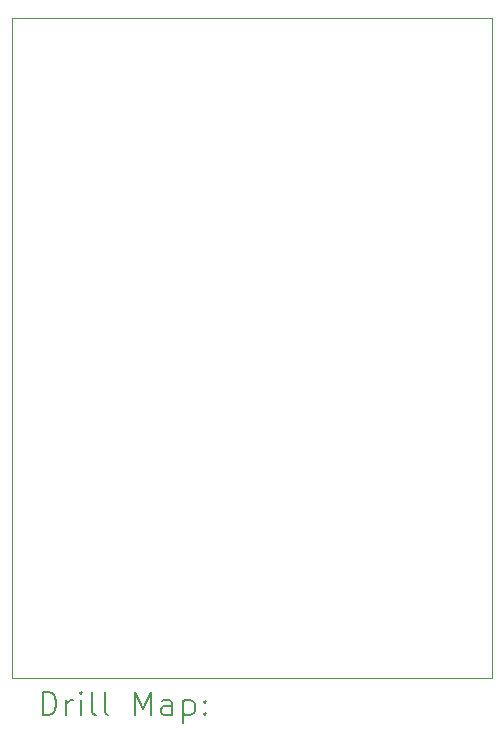
<source format=gbr>
%TF.GenerationSoftware,KiCad,Pcbnew,7.0.11+dfsg-1build4*%
%TF.CreationDate,2024-05-09T18:47:19+10:00*%
%TF.ProjectId,NoBootLoadFlasher,4e6f426f-6f74-44c6-9f61-64466c617368,rev?*%
%TF.SameCoordinates,Original*%
%TF.FileFunction,Drillmap*%
%TF.FilePolarity,Positive*%
%FSLAX45Y45*%
G04 Gerber Fmt 4.5, Leading zero omitted, Abs format (unit mm)*
G04 Created by KiCad (PCBNEW 7.0.11+dfsg-1build4) date 2024-05-09 18:47:19*
%MOMM*%
%LPD*%
G01*
G04 APERTURE LIST*
%ADD10C,0.050000*%
%ADD11C,0.200000*%
G04 APERTURE END LIST*
D10*
X7620000Y-7112000D02*
X11176000Y-7112000D01*
X7112000Y-12700000D02*
X7112000Y-7112000D01*
X7112000Y-7112000D02*
X7620000Y-7112000D01*
X11176000Y-7112000D02*
X11176000Y-12700000D01*
X11176000Y-12700000D02*
X7112000Y-12700000D01*
D11*
X7370277Y-13013984D02*
X7370277Y-12813984D01*
X7370277Y-12813984D02*
X7417896Y-12813984D01*
X7417896Y-12813984D02*
X7446467Y-12823508D01*
X7446467Y-12823508D02*
X7465515Y-12842555D01*
X7465515Y-12842555D02*
X7475039Y-12861603D01*
X7475039Y-12861603D02*
X7484562Y-12899698D01*
X7484562Y-12899698D02*
X7484562Y-12928269D01*
X7484562Y-12928269D02*
X7475039Y-12966365D01*
X7475039Y-12966365D02*
X7465515Y-12985412D01*
X7465515Y-12985412D02*
X7446467Y-13004460D01*
X7446467Y-13004460D02*
X7417896Y-13013984D01*
X7417896Y-13013984D02*
X7370277Y-13013984D01*
X7570277Y-13013984D02*
X7570277Y-12880650D01*
X7570277Y-12918746D02*
X7579801Y-12899698D01*
X7579801Y-12899698D02*
X7589324Y-12890174D01*
X7589324Y-12890174D02*
X7608372Y-12880650D01*
X7608372Y-12880650D02*
X7627420Y-12880650D01*
X7694086Y-13013984D02*
X7694086Y-12880650D01*
X7694086Y-12813984D02*
X7684562Y-12823508D01*
X7684562Y-12823508D02*
X7694086Y-12833031D01*
X7694086Y-12833031D02*
X7703610Y-12823508D01*
X7703610Y-12823508D02*
X7694086Y-12813984D01*
X7694086Y-12813984D02*
X7694086Y-12833031D01*
X7817896Y-13013984D02*
X7798848Y-13004460D01*
X7798848Y-13004460D02*
X7789324Y-12985412D01*
X7789324Y-12985412D02*
X7789324Y-12813984D01*
X7922658Y-13013984D02*
X7903610Y-13004460D01*
X7903610Y-13004460D02*
X7894086Y-12985412D01*
X7894086Y-12985412D02*
X7894086Y-12813984D01*
X8151229Y-13013984D02*
X8151229Y-12813984D01*
X8151229Y-12813984D02*
X8217896Y-12956841D01*
X8217896Y-12956841D02*
X8284562Y-12813984D01*
X8284562Y-12813984D02*
X8284562Y-13013984D01*
X8465515Y-13013984D02*
X8465515Y-12909222D01*
X8465515Y-12909222D02*
X8455991Y-12890174D01*
X8455991Y-12890174D02*
X8436944Y-12880650D01*
X8436944Y-12880650D02*
X8398848Y-12880650D01*
X8398848Y-12880650D02*
X8379801Y-12890174D01*
X8465515Y-13004460D02*
X8446467Y-13013984D01*
X8446467Y-13013984D02*
X8398848Y-13013984D01*
X8398848Y-13013984D02*
X8379801Y-13004460D01*
X8379801Y-13004460D02*
X8370277Y-12985412D01*
X8370277Y-12985412D02*
X8370277Y-12966365D01*
X8370277Y-12966365D02*
X8379801Y-12947317D01*
X8379801Y-12947317D02*
X8398848Y-12937793D01*
X8398848Y-12937793D02*
X8446467Y-12937793D01*
X8446467Y-12937793D02*
X8465515Y-12928269D01*
X8560753Y-12880650D02*
X8560753Y-13080650D01*
X8560753Y-12890174D02*
X8579801Y-12880650D01*
X8579801Y-12880650D02*
X8617896Y-12880650D01*
X8617896Y-12880650D02*
X8636944Y-12890174D01*
X8636944Y-12890174D02*
X8646467Y-12899698D01*
X8646467Y-12899698D02*
X8655991Y-12918746D01*
X8655991Y-12918746D02*
X8655991Y-12975888D01*
X8655991Y-12975888D02*
X8646467Y-12994936D01*
X8646467Y-12994936D02*
X8636944Y-13004460D01*
X8636944Y-13004460D02*
X8617896Y-13013984D01*
X8617896Y-13013984D02*
X8579801Y-13013984D01*
X8579801Y-13013984D02*
X8560753Y-13004460D01*
X8741705Y-12994936D02*
X8751229Y-13004460D01*
X8751229Y-13004460D02*
X8741705Y-13013984D01*
X8741705Y-13013984D02*
X8732182Y-13004460D01*
X8732182Y-13004460D02*
X8741705Y-12994936D01*
X8741705Y-12994936D02*
X8741705Y-13013984D01*
X8741705Y-12890174D02*
X8751229Y-12899698D01*
X8751229Y-12899698D02*
X8741705Y-12909222D01*
X8741705Y-12909222D02*
X8732182Y-12899698D01*
X8732182Y-12899698D02*
X8741705Y-12890174D01*
X8741705Y-12890174D02*
X8741705Y-12909222D01*
M02*

</source>
